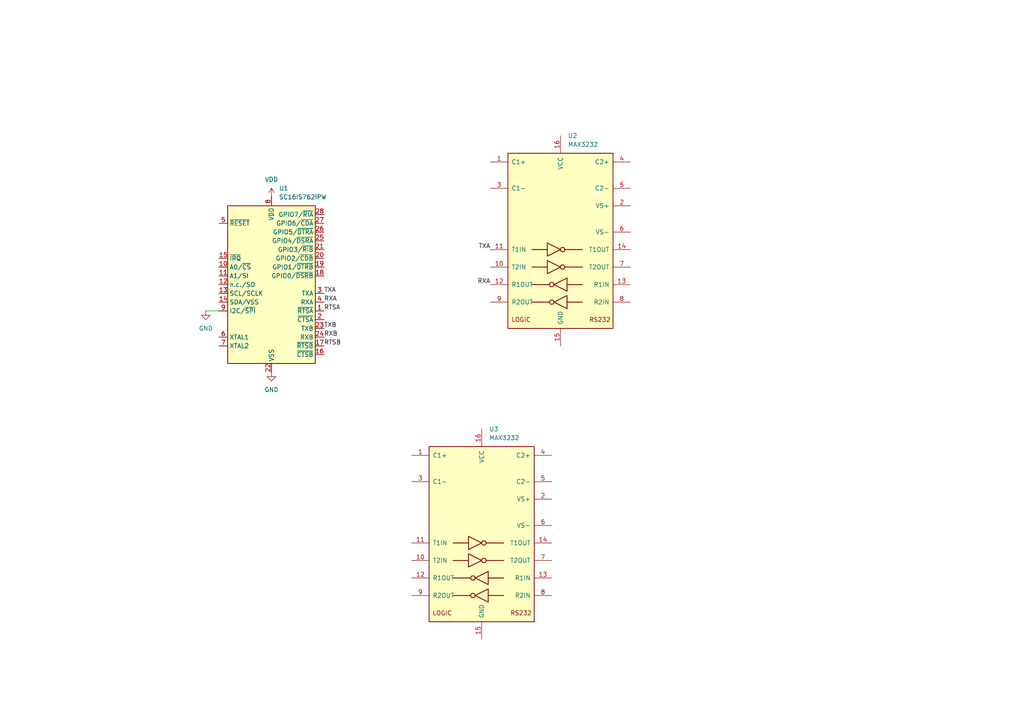
<source format=kicad_sch>
(kicad_sch (version 20250114) (generator "eeschema") (generator_version "9.0")
  (paper "A4")
  (lib_symbols
    (symbol "Interface_UART:MAX3232" (pin_names (offset 1.016))
      (property "Reference" "U" (at -2.54 28.575 0))
      (property "Value" "MAX3232" (at -2.54 26.67 0))
      (symbol "MAX3232_0_0"
        (text "LOGIC" (at -11.43 -22.86 0) (effects (font (size 1.27 1.27))))
        (text "RS232" (at 11.43 -22.86 0) (effects (font (size 1.27 1.27))))
      )
      (symbol "MAX3232_0_1"
        (rectangle (start -15.24 -25.4) (end 15.24 25.4) (stroke (width 0.254)) (fill (type background)))
        (polyline (pts (xy -3.81 -0.635) (xy -3.81 -4.445) (xy 0 -2.54) (xy -3.81 -0.635)) (stroke (width 0.254)))
        (polyline (pts (xy -3.81 -2.54) (xy -8.255 -2.54)) (stroke (width 0.254)))
        (polyline (pts (xy -3.81 -5.715) (xy -3.81 -9.525) (xy 0 -7.62) (xy -3.81 -5.715)) (stroke (width 0.254)))
        (polyline (pts (xy -3.81 -7.62) (xy -8.255 -7.62)) (stroke (width 0.254)))
        (polyline (pts (xy -3.175 -12.7) (xy -8.255 -12.7)) (stroke (width 0.254)))
        (polyline (pts (xy -3.175 -17.78) (xy -8.255 -17.78)) (stroke (width 0.254)))
        (circle (center -2.54 -12.7) (radius 0.635) (stroke (width 0.254)))
        (circle (center -2.54 -17.78) (radius 0.635) (stroke (width 0.254)))
        (circle (center 0.635 -2.54) (radius 0.635) (stroke (width 0.254)))
        (circle (center 0.635 -7.62) (radius 0.635) (stroke (width 0.254)))
        (polyline (pts (xy 1.27 -2.54) (xy 6.35 -2.54)) (stroke (width 0.254)))
        (polyline (pts (xy 1.27 -7.62) (xy 6.35 -7.62)) (stroke (width 0.254)))
        (polyline (pts (xy 1.905 -10.795) (xy 1.905 -14.605) (xy -1.905 -12.7) (xy 1.905 -10.795)) (stroke (width 0.254)))
        (polyline (pts (xy 1.905 -12.7) (xy 6.35 -12.7)) (stroke (width 0.254)))
        (polyline (pts (xy 1.905 -15.875) (xy 1.905 -19.685) (xy -1.905 -17.78) (xy 1.905 -15.875)) (stroke (width 0.254)))
        (polyline (pts (xy 1.905 -17.78) (xy 6.35 -17.78)) (stroke (width 0.254)))
      )
      (symbol "MAX3232_1_1"
        (pin passive line (at -20.32 22.86 0) (length 5.08) (name "C1+") (number "1"))
        (pin passive line (at -20.32 15.24 0) (length 5.08) (name "C1-") (number "3"))
        (pin input line (at -20.32 -2.54 0) (length 5.08) (name "T1IN") (number "11"))
        (pin input line (at -20.32 -7.62 0) (length 5.08) (name "T2IN") (number "10"))
        (pin output line (at -20.32 -12.7 0) (length 5.08) (name "R1OUT") (number "12"))
        (pin output line (at -20.32 -17.78 0) (length 5.08) (name "R2OUT") (number "9"))
        (pin power_in line (at 0 30.48 270) (length 5.08) (name "VCC") (number "16"))
        (pin power_in line (at 0 -30.48 90) (length 5.08) (name "GND") (number "15"))
        (pin passive line (at 20.32 22.86 180) (length 5.08) (name "C2+") (number "4"))
        (pin passive line (at 20.32 15.24 180) (length 5.08) (name "C2-") (number "5"))
        (pin power_out line (at 20.32 10.16 180) (length 5.08) (name "VS+") (number "2"))
        (pin power_out line (at 20.32 2.54 180) (length 5.08) (name "VS-") (number "6"))
        (pin output line (at 20.32 -2.54 180) (length 5.08) (name "T1OUT") (number "14"))
        (pin output line (at 20.32 -7.62 180) (length 5.08) (name "T2OUT") (number "7"))
        (pin input line (at 20.32 -12.7 180) (length 5.08) (name "R1IN") (number "13"))
        (pin input line (at 20.32 -17.78 180) (length 5.08) (name "R2IN") (number "8"))
      )
    )
    (symbol "Interface_UART:SC16IS762IPW"
      (property "Reference" "U" (at -11.43 24.13 0))
      (property "Value" "SC16IS762IPW" (at 7.62 24.13 0))
      (symbol "SC16IS762IPW_0_1"
        (rectangle (start -12.7 22.86) (end 12.7 -22.86) (stroke (width 0.254)) (fill (type background)))
      )
      (symbol "SC16IS762IPW_1_1"
        (pin input line (at -15.24 17.78 0) (length 2.54) (name "~{RESET}") (number "5"))
        (pin open_collector line (at -15.24 7.62 0) (length 2.54) (name "~{IRQ}") (number "15"))
        (pin input line (at -15.24 5.08 0) (length 2.54) (name "A0/~{CS}") (number "10"))
        (pin input line (at -15.24 2.54 0) (length 2.54) (name "A1/SI") (number "11"))
        (pin output line (at -15.24 0 0) (length 2.54) (name "n.c./SO") (number "12"))
        (pin input line (at -15.24 -2.54 0) (length 2.54) (name "SCL/SCLK") (number "13"))
        (pin bidirectional line (at -15.24 -5.08 0) (length 2.54) (name "SDA/VSS") (number "14"))
        (pin input line (at -15.24 -7.62 0) (length 2.54) (name "I2C/~{SPI}") (number "9"))
        (pin input line (at -15.24 -15.24 0) (length 2.54) (name "XTAL1") (number "6"))
        (pin output line (at -15.24 -17.78 0) (length 2.54) (name "XTAL2") (number "7"))
        (pin power_in line (at 0 25.4 270) (length 2.54) (name "VDD") (number "8"))
        (pin power_in line (at 0 -25.4 90) (length 2.54) (name "VSS") (number "22"))
        (pin bidirectional line (at 15.24 20.32 180) (length 2.54) (name "GPIO7/~{RIA}") (number "28"))
        (pin bidirectional line (at 15.24 17.78 180) (length 2.54) (name "GPIO6/~{CDA}") (number "27"))
        (pin bidirectional line (at 15.24 15.24 180) (length 2.54) (name "GPIO5/~{DTRA}") (number "26"))
        (pin bidirectional line (at 15.24 12.7 180) (length 2.54) (name "GPIO4/~{DSRA}") (number "25"))
        (pin bidirectional line (at 15.24 10.16 180) (length 2.54) (name "GPIO3/~{RIB}") (number "21"))
        (pin bidirectional line (at 15.24 7.62 180) (length 2.54) (name "GPIO2/~{CDB}") (number "20"))
        (pin bidirectional line (at 15.24 5.08 180) (length 2.54) (name "GPIO1/~{DTRB}") (number "19"))
        (pin bidirectional line (at 15.24 2.54 180) (length 2.54) (name "GPIO0/~{DSRB}") (number "18"))
        (pin output line (at 15.24 -2.54 180) (length 2.54) (name "TXA") (number "3"))
        (pin input line (at 15.24 -5.08 180) (length 2.54) (name "RXA") (number "4"))
        (pin output line (at 15.24 -7.62 180) (length 2.54) (name "~{RTSA}") (number "1"))
        (pin input line (at 15.24 -10.16 180) (length 2.54) (name "~{CTSA}") (number "2"))
        (pin output line (at 15.24 -12.7 180) (length 2.54) (name "TXB") (number "23"))
        (pin input line (at 15.24 -15.24 180) (length 2.54) (name "RXB") (number "24"))
        (pin output line (at 15.24 -17.78 180) (length 2.54) (name "~{RTSB}") (number "17"))
        (pin input line (at 15.24 -20.32 180) (length 2.54) (name "~{CTSB}") (number "16"))
      )
    )
    (symbol "power:GND" (power) (pin_numbers (hide yes)) (pin_names (offset 0) (hide yes))
      (property "Value" "GND" (at 0 -3.81 0))
      (symbol "GND_0_1"
        (polyline (pts (xy 0 0) (xy 0 -1.27) (xy 1.27 -1.27) (xy 0 -2.54) (xy -1.27 -1.27) (xy 0 -1.27)))
      )
      (symbol "GND_1_1"
        (pin power_in line (at 0 0 270) (length 0) (name "~") (number "1"))
      )
    )
    (symbol "power:VDD" (power) (pin_numbers (hide yes)) (pin_names (offset 0) (hide yes))
      (property "Value" "VDD" (at 0 3.556 0))
      (symbol "VDD_0_1"
        (polyline (pts (xy -0.762 1.27) (xy 0 2.54)))
        (polyline (pts (xy 0 2.54) (xy 0.762 1.27)))
        (polyline (pts (xy 0 0) (xy 0 2.54)))
      )
      (symbol "VDD_1_1"
        (pin power_in line (at 0 0 90) (length 0) (name "~") (number "1"))
      )
    )
  )
  (wire (pts (xy 59.69 90.17) (xy 63.5 90.17)))
  (label "RXA" (at 93.98 87.63 0))
  (label "TXB" (at 93.98 95.25 0))
  (label "RXA" (at 142.24 82.55 180))
  (label "TXA" (at 142.24 72.39 180))
  (label "RXB" (at 93.98 97.79 0))
  (label "TXA" (at 93.98 85.09 0))
  (label "RTSA" (at 93.98 90.17 0))
  (label "RTSB" (at 93.98 100.33 0))
  (symbol (lib_id "Interface_UART:MAX3232") (at 139.7 154.94 0) (unit 1)
    (property "Reference" "U3" (at 141.8433 124.46 0) (effects (justify left)))
    (property "Value" "MAX3232" (at 141.8433 127 0) (effects (justify left)))
    (property "Datasheet" "https://datasheets.maximintegrated.com/en/ds/MAX3222-MAX3241.pdf" (effects (hide yes)))
    (property "Description" "3.0V to 5.5V, Low-Power, up to 1Mbps, True RS-232 Transceivers Using Four 0.1μF External Capacitors" (effects (hide yes)))
  )
  (symbol (lib_id "power:GND") (at 59.69 90.17 0) (unit 1)
    (property "Reference" "#PWR03" (effects (hide yes)))
    (property "Value" "GND" (at 59.69 95.25 0))
    (property "Description" "Power symbol creates a global label with name \"GND\" , ground" (effects (hide yes)))
  )
  (symbol (lib_id "Interface_UART:SC16IS762IPW") (at 78.74 82.55 0) (unit 1)
    (property "Reference" "U1" (at 80.8833 54.61 0) (effects (justify left)))
    (property "Value" "SC16IS762IPW" (at 80.8833 57.15 0) (effects (justify left)))
    (property "Footprint" "Package_SO:TSSOP-28_4.4x9.7mm_P0.65mm" (effects (hide yes)))
    (property "Datasheet" "https://www.nxp.com/docs/en/data-sheet/SC16IS752_SC16IS762.pdf" (effects (hide yes)))
    (property "Description" "Dual UART with I2C/SPI interface, 64 bytes of transmit and receive FIFOs, IrDA SIR built-in support, TSSOP-28" (effects (hide yes)))
  )
  (symbol (lib_id "power:GND") (at 78.74 107.95 0) (unit 1)
    (property "Reference" "#PWR02" (effects (hide yes)))
    (property "Value" "GND" (at 78.74 113.03 0))
    (property "Description" "Power symbol creates a global label with name \"GND\" , ground" (effects (hide yes)))
  )
  (symbol (lib_id "Interface_UART:MAX3232") (at 162.56 69.85 0) (unit 1)
    (property "Reference" "U2" (at 164.7033 39.37 0) (effects (justify left)))
    (property "Value" "MAX3232" (at 164.7033 41.91 0) (effects (justify left)))
    (property "Datasheet" "https://datasheets.maximintegrated.com/en/ds/MAX3222-MAX3241.pdf" (effects (hide yes)))
    (property "Description" "3.0V to 5.5V, Low-Power, up to 1Mbps, True RS-232 Transceivers Using Four 0.1μF External Capacitors" (effects (hide yes)))
  )
  (symbol (lib_id "power:VDD") (at 78.74 57.15 0) (unit 1)
    (property "Reference" "#PWR01" (effects (hide yes)))
    (property "Value" "VDD" (at 78.74 52.07 0))
    (property "Description" "Power symbol creates a global label with name \"VDD\"" (effects (hide yes)))
  )
)
</source>
